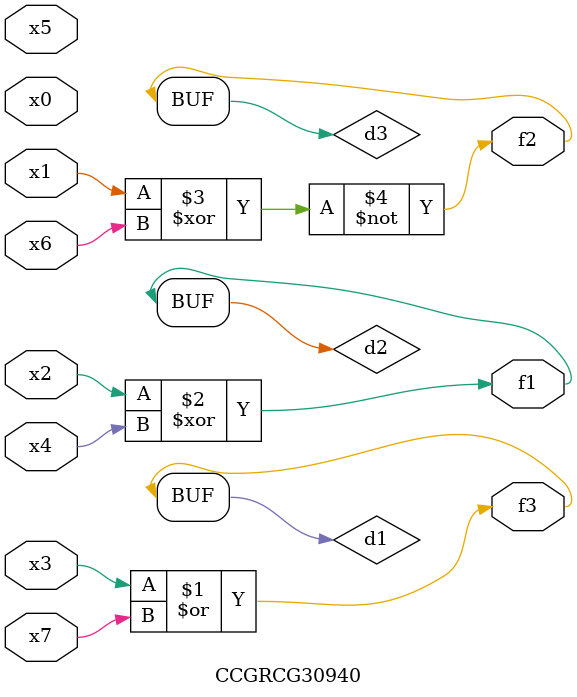
<source format=v>
module CCGRCG30940(
	input x0, x1, x2, x3, x4, x5, x6, x7,
	output f1, f2, f3
);

	wire d1, d2, d3;

	or (d1, x3, x7);
	xor (d2, x2, x4);
	xnor (d3, x1, x6);
	assign f1 = d2;
	assign f2 = d3;
	assign f3 = d1;
endmodule

</source>
